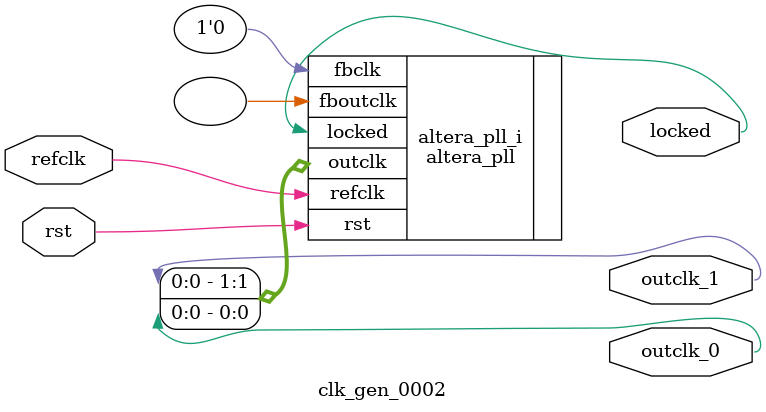
<source format=v>
`timescale 1ns/10ps
module  clk_gen_0002(

	// interface 'refclk'
	input wire refclk,

	// interface 'reset'
	input wire rst,

	// interface 'outclk0'
	output wire outclk_0,

	// interface 'outclk1'
	output wire outclk_1,

	// interface 'locked'
	output wire locked
);

	altera_pll #(
		.fractional_vco_multiplier("false"),
		.reference_clock_frequency("50.0 MHz"),
		.operation_mode("direct"),
		.number_of_clocks(2),
		.output_clock_frequency0("25.000000 MHz"),
		.phase_shift0("0 ps"),
		.duty_cycle0(50),
		.output_clock_frequency1("75.000000 MHz"),
		.phase_shift1("0 ps"),
		.duty_cycle1(50),
		.output_clock_frequency2("0 MHz"),
		.phase_shift2("0 ps"),
		.duty_cycle2(50),
		.output_clock_frequency3("0 MHz"),
		.phase_shift3("0 ps"),
		.duty_cycle3(50),
		.output_clock_frequency4("0 MHz"),
		.phase_shift4("0 ps"),
		.duty_cycle4(50),
		.output_clock_frequency5("0 MHz"),
		.phase_shift5("0 ps"),
		.duty_cycle5(50),
		.output_clock_frequency6("0 MHz"),
		.phase_shift6("0 ps"),
		.duty_cycle6(50),
		.output_clock_frequency7("0 MHz"),
		.phase_shift7("0 ps"),
		.duty_cycle7(50),
		.output_clock_frequency8("0 MHz"),
		.phase_shift8("0 ps"),
		.duty_cycle8(50),
		.output_clock_frequency9("0 MHz"),
		.phase_shift9("0 ps"),
		.duty_cycle9(50),
		.output_clock_frequency10("0 MHz"),
		.phase_shift10("0 ps"),
		.duty_cycle10(50),
		.output_clock_frequency11("0 MHz"),
		.phase_shift11("0 ps"),
		.duty_cycle11(50),
		.output_clock_frequency12("0 MHz"),
		.phase_shift12("0 ps"),
		.duty_cycle12(50),
		.output_clock_frequency13("0 MHz"),
		.phase_shift13("0 ps"),
		.duty_cycle13(50),
		.output_clock_frequency14("0 MHz"),
		.phase_shift14("0 ps"),
		.duty_cycle14(50),
		.output_clock_frequency15("0 MHz"),
		.phase_shift15("0 ps"),
		.duty_cycle15(50),
		.output_clock_frequency16("0 MHz"),
		.phase_shift16("0 ps"),
		.duty_cycle16(50),
		.output_clock_frequency17("0 MHz"),
		.phase_shift17("0 ps"),
		.duty_cycle17(50),
		.pll_type("General"),
		.pll_subtype("General")
	) altera_pll_i (
		.rst	(rst),
		.outclk	({outclk_1, outclk_0}),
		.locked	(locked),
		.fboutclk	( ),
		.fbclk	(1'b0),
		.refclk	(refclk)
	);
endmodule


</source>
